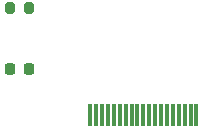
<source format=gbr>
%TF.GenerationSoftware,KiCad,Pcbnew,9.0.6*%
%TF.CreationDate,2025-12-18T20:09:52-08:00*%
%TF.ProjectId,hdmi,68646d69-2e6b-4696-9361-645f70636258,rev?*%
%TF.SameCoordinates,Original*%
%TF.FileFunction,Paste,Bot*%
%TF.FilePolarity,Positive*%
%FSLAX46Y46*%
G04 Gerber Fmt 4.6, Leading zero omitted, Abs format (unit mm)*
G04 Created by KiCad (PCBNEW 9.0.6) date 2025-12-18 20:09:52*
%MOMM*%
%LPD*%
G01*
G04 APERTURE LIST*
G04 Aperture macros list*
%AMRoundRect*
0 Rectangle with rounded corners*
0 $1 Rounding radius*
0 $2 $3 $4 $5 $6 $7 $8 $9 X,Y pos of 4 corners*
0 Add a 4 corners polygon primitive as box body*
4,1,4,$2,$3,$4,$5,$6,$7,$8,$9,$2,$3,0*
0 Add four circle primitives for the rounded corners*
1,1,$1+$1,$2,$3*
1,1,$1+$1,$4,$5*
1,1,$1+$1,$6,$7*
1,1,$1+$1,$8,$9*
0 Add four rect primitives between the rounded corners*
20,1,$1+$1,$2,$3,$4,$5,0*
20,1,$1+$1,$4,$5,$6,$7,0*
20,1,$1+$1,$6,$7,$8,$9,0*
20,1,$1+$1,$8,$9,$2,$3,0*%
G04 Aperture macros list end*
%ADD10RoundRect,0.218750X-0.218750X-0.256250X0.218750X-0.256250X0.218750X0.256250X-0.218750X0.256250X0*%
%ADD11RoundRect,0.200000X-0.200000X-0.275000X0.200000X-0.275000X0.200000X0.275000X-0.200000X0.275000X0*%
%ADD12R,0.300000X1.900000*%
G04 APERTURE END LIST*
D10*
%TO.C,D2*%
X122732500Y-92600000D03*
X124307500Y-92600000D03*
%TD*%
D11*
%TO.C,R2*%
X122675000Y-87500000D03*
X124325000Y-87500000D03*
%TD*%
D12*
%TO.C,J2*%
X129500000Y-96500000D03*
X130000000Y-96500000D03*
X130500000Y-96500000D03*
X131000000Y-96500000D03*
X131500000Y-96500000D03*
X132000000Y-96500000D03*
X132500000Y-96500000D03*
X133000000Y-96500000D03*
X133500000Y-96500000D03*
X134000000Y-96500000D03*
X134500000Y-96500000D03*
X135000000Y-96500000D03*
X135500000Y-96500000D03*
X136000000Y-96500000D03*
X136500000Y-96500000D03*
X137000000Y-96500000D03*
X137500000Y-96500000D03*
X138000000Y-96500000D03*
X138500000Y-96500000D03*
%TD*%
M02*

</source>
